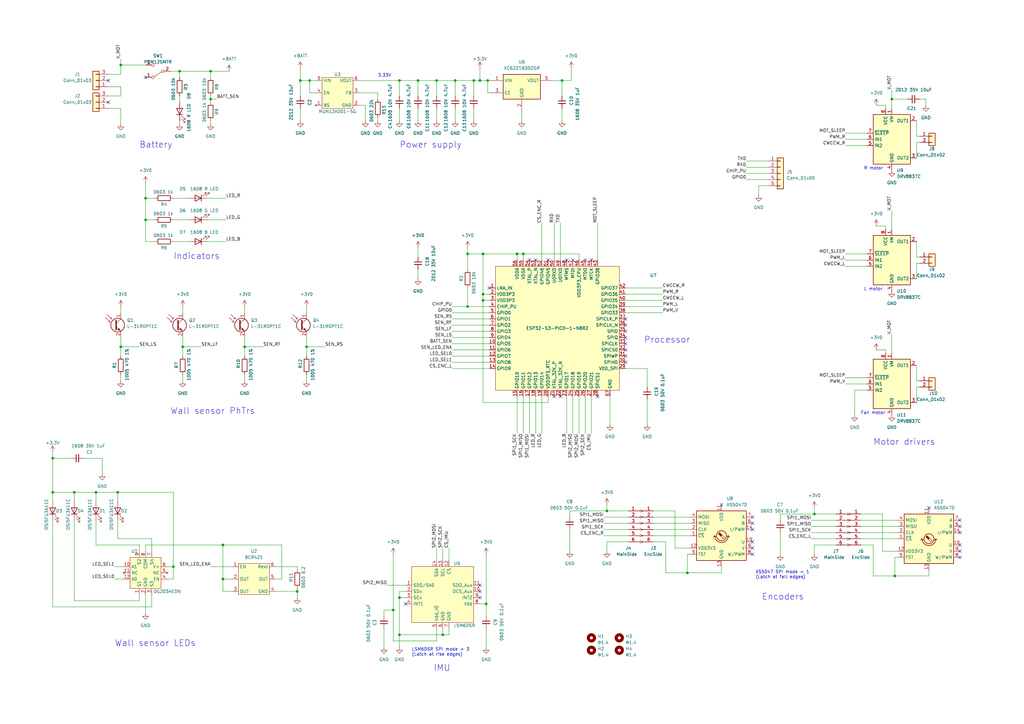
<source format=kicad_sch>
(kicad_sch (version 20230121) (generator eeschema)
  (paper "A3")
  (junction (at 30.48 201.93))
  (junction (at 71.12 232.41))
  (junction (at 367.03 236.22))
  (junction (at 59.69 90.17))
  (junction (at 198.12 123.19))
  (junction (at 73.66 29.21))
  (junction (at 100.33 142.24))
  (junction (at 191.77 125.73))
  (junction (at 281.94 234.95))
  (junction (at 86.36 29.21))
  (junction (at 212.09 104.14))
  (junction (at 163.83 260.35))
  (junction (at 171.45 33.02))
  (junction (at 39.37 201.93))
  (junction (at 121.92 242.57))
  (junction (at 194.31 33.02))
  (junction (at 230.505 33.02))
  (junction (at 200.025 33.02))
  (junction (at 91.44 237.49))
  (junction (at 191.77 104.14))
  (junction (at 179.07 33.02))
  (junction (at 21.59 201.93))
  (junction (at 198.12 120.65))
  (junction (at 181.61 260.35))
  (junction (at 74.93 142.24))
  (junction (at 127 33.02))
  (junction (at 123.19 33.02))
  (junction (at 49.53 142.24))
  (junction (at 91.44 223.52))
  (junction (at 365.76 40.64))
  (junction (at 21.59 187.96))
  (junction (at 163.83 245.11))
  (junction (at 125.73 142.24))
  (junction (at 248.92 209.55))
  (junction (at 199.39 247.65))
  (junction (at 86.36 40.64))
  (junction (at 198.12 104.14))
  (junction (at 214.63 104.14))
  (junction (at 163.83 33.02))
  (junction (at 59.69 81.28))
  (junction (at 49.53 26.67))
  (junction (at 48.26 201.93))
  (junction (at 196.85 33.02))
  (junction (at 186.69 33.02))
  (junction (at 334.01 210.82))
  (junction (at 161.29 250.19))
  (no_connect (at 59.69 31.75))
  (no_connect (at 308.61 217.17))
  (no_connect (at 256.54 138.43))
  (no_connect (at 393.7 223.52))
  (no_connect (at 196.85 240.03))
  (no_connect (at 393.7 218.44))
  (no_connect (at 229.87 162.56))
  (no_connect (at 256.54 143.51))
  (no_connect (at 227.33 162.56))
  (no_connect (at 196.85 245.11))
  (no_connect (at 256.54 133.35))
  (no_connect (at 256.54 130.81))
  (no_connect (at 240.03 106.68))
  (no_connect (at 242.57 106.68))
  (no_connect (at 256.54 146.05))
  (no_connect (at 44.45 33.02))
  (no_connect (at 393.7 226.06))
  (no_connect (at 308.61 222.25))
  (no_connect (at 308.61 212.09))
  (no_connect (at 256.54 135.89))
  (no_connect (at 200.66 118.11))
  (no_connect (at 44.45 41.91))
  (no_connect (at 232.41 106.68))
  (no_connect (at 234.95 106.68))
  (no_connect (at 256.54 140.97))
  (no_connect (at 393.7 228.6))
  (no_connect (at 308.61 214.63))
  (no_connect (at 256.54 148.59))
  (no_connect (at 166.37 247.65))
  (no_connect (at 308.61 224.79))
  (no_connect (at 393.7 213.36))
  (no_connect (at 196.85 242.57))
  (no_connect (at 245.11 162.56))
  (no_connect (at 295.91 207.01))
  (no_connect (at 381 208.28))
  (no_connect (at 217.17 106.68))
  (no_connect (at 219.71 106.68))
  (no_connect (at 308.61 227.33))
  (no_connect (at 224.79 106.68))
  (no_connect (at 393.7 215.9))
  (wire (pts (xy 233.68 209.55) (xy 233.68 212.09)))
  (wire (pts (xy 49.53 39.37) (xy 49.53 35.56)))
  (wire (pts (xy 256.54 151.13) (xy 265.43 151.13)))
  (wire (pts (xy 334.01 208.28) (xy 334.01 210.82)))
  (wire (pts (xy 250.19 162.56) (xy 250.19 173.99)))
  (wire (pts (xy 125.73 142.24) (xy 133.35 142.24)))
  (wire (pts (xy 230.505 33.02) (xy 230.505 39.37)))
  (wire (pts (xy 74.93 142.24) (xy 82.55 142.24)))
  (wire (pts (xy 199.39 257.81) (xy 199.39 265.43)))
  (wire (pts (xy 157.48 252.73) (xy 157.48 250.19)))
  (wire (pts (xy 113.03 237.49) (xy 115.57 237.49)))
  (wire (pts (xy 346.71 104.14) (xy 355.6 104.14)))
  (wire (pts (xy 39.37 201.93) (xy 48.26 201.93)))
  (wire (pts (xy 39.37 213.36) (xy 39.37 223.52)))
  (wire (pts (xy 191.77 118.11) (xy 191.77 125.73)))
  (wire (pts (xy 73.66 49.53) (xy 73.66 50.8)))
  (wire (pts (xy 68.58 232.41) (xy 71.12 232.41)))
  (wire (pts (xy 311.15 76.2) (xy 314.96 76.2)))
  (wire (pts (xy 224.79 165.1) (xy 224.79 162.56)))
  (wire (pts (xy 71.12 81.28) (xy 77.47 81.28)))
  (wire (pts (xy 62.23 220.98) (xy 62.23 226.06)))
  (wire (pts (xy 365.76 36.83) (xy 365.76 40.64)))
  (wire (pts (xy 181.61 260.35) (xy 184.15 260.35)))
  (wire (pts (xy 73.66 29.21) (xy 73.66 31.75)))
  (wire (pts (xy 71.12 90.17) (xy 77.47 90.17)))
  (wire (pts (xy 240.03 162.56) (xy 240.03 177.8)))
  (wire (pts (xy 21.59 187.96) (xy 29.21 187.96)))
  (wire (pts (xy 198.12 123.19) (xy 200.66 123.19)))
  (wire (pts (xy 74.93 153.67) (xy 74.93 156.21)))
  (wire (pts (xy 377.19 158.75) (xy 375.92 158.75)))
  (wire (pts (xy 163.83 44.45) (xy 163.83 49.53)))
  (wire (pts (xy 123.19 44.45) (xy 123.19 49.53)))
  (wire (pts (xy 346.71 154.94) (xy 355.6 154.94)))
  (wire (pts (xy 185.42 140.97) (xy 200.66 140.97)))
  (wire (pts (xy 214.63 104.14) (xy 214.63 106.68)))
  (wire (pts (xy 185.42 128.27) (xy 200.66 128.27)))
  (wire (pts (xy 113.03 232.41) (xy 121.92 232.41)))
  (wire (pts (xy 346.71 59.69) (xy 355.6 59.69)))
  (wire (pts (xy 365.76 137.16) (xy 365.76 144.78)))
  (wire (pts (xy 181.61 224.79) (xy 181.61 229.87)))
  (wire (pts (xy 359.41 92.71) (xy 363.22 92.71)))
  (wire (pts (xy 256.54 125.73) (xy 271.78 125.73)))
  (wire (pts (xy 196.85 33.02) (xy 200.025 33.02)))
  (wire (pts (xy 248.92 209.55) (xy 233.68 209.55)))
  (wire (pts (xy 212.09 104.14) (xy 212.09 106.68)))
  (wire (pts (xy 350.52 170.18) (xy 350.52 160.02)))
  (wire (pts (xy 185.42 125.73) (xy 191.77 125.73)))
  (wire (pts (xy 59.69 90.17) (xy 63.5 90.17)))
  (wire (pts (xy 179.07 33.02) (xy 186.69 33.02)))
  (wire (pts (xy 185.42 130.81) (xy 200.66 130.81)))
  (wire (pts (xy 214.63 104.14) (xy 212.09 104.14)))
  (wire (pts (xy 163.83 242.57) (xy 163.83 245.11)))
  (wire (pts (xy 157.48 250.19) (xy 161.29 250.19)))
  (wire (pts (xy 171.45 44.45) (xy 171.45 49.53)))
  (wire (pts (xy 71.12 99.06) (xy 77.47 99.06)))
  (wire (pts (xy 198.12 123.19) (xy 198.12 165.1)))
  (wire (pts (xy 49.53 35.56) (xy 44.45 35.56)))
  (wire (pts (xy 267.97 209.55) (xy 276.86 209.55)))
  (wire (pts (xy 21.59 201.93) (xy 30.48 201.93)))
  (wire (pts (xy 248.92 207.01) (xy 248.92 209.55)))
  (wire (pts (xy 375.92 149.86) (xy 375.92 156.21)))
  (wire (pts (xy 375.92 55.88) (xy 377.19 55.88)))
  (wire (pts (xy 332.74 218.44) (xy 342.9 218.44)))
  (wire (pts (xy 123.19 33.02) (xy 127 33.02)))
  (wire (pts (xy 212.09 104.14) (xy 198.12 104.14)))
  (wire (pts (xy 48.26 213.36) (xy 48.26 220.98)))
  (wire (pts (xy 171.45 110.49) (xy 171.45 114.3)))
  (wire (pts (xy 334.01 227.33) (xy 334.01 223.52)))
  (wire (pts (xy 247.65 214.63) (xy 257.81 214.63)))
  (wire (pts (xy 74.93 142.24) (xy 74.93 146.05)))
  (wire (pts (xy 163.83 245.11) (xy 163.83 260.35)))
  (wire (pts (xy 39.37 201.93) (xy 39.37 205.74)))
  (wire (pts (xy 91.44 237.49) (xy 91.44 242.57)))
  (wire (pts (xy 113.03 242.57) (xy 121.92 242.57)))
  (wire (pts (xy 49.53 142.24) (xy 57.15 142.24)))
  (wire (pts (xy 359.41 43.18) (xy 363.22 43.18)))
  (wire (pts (xy 219.71 162.56) (xy 219.71 177.8)))
  (wire (pts (xy 49.53 26.67) (xy 49.53 24.13)))
  (wire (pts (xy 353.06 220.98) (xy 368.3 220.98)))
  (wire (pts (xy 247.65 212.09) (xy 257.81 212.09)))
  (wire (pts (xy 196.85 247.65) (xy 199.39 247.65)))
  (wire (pts (xy 367.03 228.6) (xy 367.03 236.22)))
  (wire (pts (xy 213.995 49.53) (xy 213.995 45.72)))
  (wire (pts (xy 158.75 240.03) (xy 166.37 240.03)))
  (wire (pts (xy 44.45 30.48) (xy 49.53 30.48)))
  (wire (pts (xy 171.45 33.02) (xy 179.07 33.02)))
  (wire (pts (xy 68.58 237.49) (xy 71.12 237.49)))
  (wire (pts (xy 21.59 201.93) (xy 21.59 205.74)))
  (wire (pts (xy 276.86 224.79) (xy 283.21 224.79)))
  (wire (pts (xy 212.09 162.56) (xy 212.09 177.8)))
  (wire (pts (xy 381 236.22) (xy 381 233.68)))
  (wire (pts (xy 49.53 30.48) (xy 49.53 26.67)))
  (wire (pts (xy 200.025 38.1) (xy 201.295 38.1)))
  (wire (pts (xy 39.37 223.52) (xy 57.15 223.52)))
  (wire (pts (xy 365.76 40.64) (xy 365.76 44.45)))
  (wire (pts (xy 127 38.1) (xy 127 33.02)))
  (wire (pts (xy 30.48 201.93) (xy 30.48 205.74)))
  (wire (pts (xy 214.63 162.56) (xy 214.63 177.8)))
  (wire (pts (xy 334.01 223.52) (xy 342.9 223.52)))
  (wire (pts (xy 375.92 58.42) (xy 375.92 64.77)))
  (wire (pts (xy 346.71 157.48) (xy 355.6 157.48)))
  (wire (pts (xy 185.42 135.89) (xy 200.66 135.89)))
  (wire (pts (xy 59.69 99.06) (xy 63.5 99.06)))
  (wire (pts (xy 361.95 226.06) (xy 368.3 226.06)))
  (wire (pts (xy 295.91 234.95) (xy 295.91 232.41)))
  (wire (pts (xy 179.07 44.45) (xy 179.07 49.53)))
  (wire (pts (xy 125.73 153.67) (xy 125.73 156.21)))
  (wire (pts (xy 247.65 219.71) (xy 257.81 219.71)))
  (wire (pts (xy 200.66 120.65) (xy 198.12 120.65)))
  (wire (pts (xy 311.15 76.2) (xy 311.15 80.01)))
  (wire (pts (xy 86.36 49.53) (xy 86.36 50.8)))
  (wire (pts (xy 21.59 187.96) (xy 21.59 201.93)))
  (wire (pts (xy 185.42 146.05) (xy 200.66 146.05)))
  (wire (pts (xy 34.29 187.96) (xy 41.91 187.96)))
  (wire (pts (xy 256.54 120.65) (xy 271.78 120.65)))
  (wire (pts (xy 185.42 143.51) (xy 200.66 143.51)))
  (wire (pts (xy 121.92 232.41) (xy 121.92 233.68)))
  (wire (pts (xy 86.36 29.21) (xy 86.36 31.75)))
  (wire (pts (xy 185.42 133.35) (xy 200.66 133.35)))
  (wire (pts (xy 256.54 123.19) (xy 271.78 123.19)))
  (wire (pts (xy 234.315 27.94) (xy 234.315 33.02)))
  (wire (pts (xy 353.06 218.44) (xy 368.3 218.44)))
  (wire (pts (xy 44.45 44.45) (xy 49.53 44.45)))
  (wire (pts (xy 361.95 210.82) (xy 361.95 226.06)))
  (wire (pts (xy 214.63 104.14) (xy 237.49 104.14)))
  (wire (pts (xy 59.69 74.93) (xy 59.69 81.28)))
  (wire (pts (xy 346.71 54.61) (xy 355.6 54.61)))
  (wire (pts (xy 353.06 215.9) (xy 368.3 215.9)))
  (wire (pts (xy 267.97 222.25) (xy 273.05 222.25)))
  (wire (pts (xy 186.69 33.02) (xy 186.69 39.37)))
  (wire (pts (xy 237.49 106.68) (xy 237.49 104.14)))
  (wire (pts (xy 121.92 242.57) (xy 121.92 245.11)))
  (wire (pts (xy 332.74 220.98) (xy 342.9 220.98)))
  (wire (pts (xy 267.97 212.09) (xy 283.21 212.09)))
  (wire (pts (xy 256.54 128.27) (xy 271.78 128.27)))
  (wire (pts (xy 232.41 162.56) (xy 232.41 177.8)))
  (wire (pts (xy 358.14 223.52) (xy 358.14 236.22)))
  (wire (pts (xy 71.12 201.93) (xy 71.12 232.41)))
  (wire (pts (xy 46.99 237.49) (xy 50.8 237.49)))
  (wire (pts (xy 226.695 33.02) (xy 230.505 33.02)))
  (wire (pts (xy 46.99 232.41) (xy 50.8 232.41)))
  (wire (pts (xy 346.71 106.68) (xy 355.6 106.68)))
  (wire (pts (xy 147.32 33.02) (xy 163.83 33.02)))
  (wire (pts (xy 306.07 71.12) (xy 314.96 71.12)))
  (wire (pts (xy 194.31 33.02) (xy 196.85 33.02)))
  (wire (pts (xy 320.04 218.44) (xy 320.04 227.33)))
  (wire (pts (xy 276.86 209.55) (xy 276.86 224.79)))
  (wire (pts (xy 59.69 226.06) (xy 59.69 223.52)))
  (wire (pts (xy 363.22 92.71) (xy 363.22 93.98)))
  (wire (pts (xy 233.68 217.17) (xy 233.68 226.06)))
  (wire (pts (xy 100.33 142.24) (xy 100.33 146.05)))
  (wire (pts (xy 186.69 44.45) (xy 186.69 49.53)))
  (wire (pts (xy 86.36 29.21) (xy 93.98 29.21)))
  (wire (pts (xy 21.59 248.92) (xy 62.23 248.92)))
  (wire (pts (xy 199.39 247.65) (xy 199.39 252.73)))
  (wire (pts (xy 377.19 58.42) (xy 375.92 58.42)))
  (wire (pts (xy 379.73 43.18) (xy 379.73 40.64)))
  (wire (pts (xy 194.31 44.45) (xy 194.31 49.53)))
  (wire (pts (xy 334.01 210.82) (xy 342.9 210.82)))
  (wire (pts (xy 306.07 73.66) (xy 314.96 73.66)))
  (wire (pts (xy 346.71 109.22) (xy 355.6 109.22)))
  (wire (pts (xy 129.54 38.1) (xy 127 38.1)))
  (wire (pts (xy 59.69 90.17) (xy 59.69 99.06)))
  (wire (pts (xy 48.26 220.98) (xy 62.23 220.98)))
  (wire (pts (xy 191.77 101.6) (xy 191.77 104.14)))
  (wire (pts (xy 368.3 228.6) (xy 367.03 228.6)))
  (wire (pts (xy 353.06 210.82) (xy 361.95 210.82)))
  (wire (pts (xy 57.15 246.38) (xy 30.48 246.38)))
  (wire (pts (xy 283.21 227.33) (xy 281.94 227.33)))
  (wire (pts (xy 363.22 143.51) (xy 363.22 144.78)))
  (wire (pts (xy 59.69 81.28) (xy 63.5 81.28)))
  (wire (pts (xy 123.19 33.02) (xy 123.19 39.37)))
  (wire (pts (xy 185.42 138.43) (xy 200.66 138.43)))
  (wire (pts (xy 163.83 260.35) (xy 181.61 260.35)))
  (wire (pts (xy 363.22 43.18) (xy 363.22 44.45)))
  (wire (pts (xy 157.48 257.81) (xy 157.48 265.43)))
  (wire (pts (xy 320.04 210.82) (xy 334.01 210.82)))
  (wire (pts (xy 353.06 223.52) (xy 358.14 223.52)))
  (wire (pts (xy 163.83 33.02) (xy 171.45 33.02)))
  (wire (pts (xy 125.73 138.43) (xy 125.73 142.24)))
  (wire (pts (xy 181.61 257.81) (xy 181.61 260.35)))
  (wire (pts (xy 59.69 243.84) (xy 59.69 251.46)))
  (wire (pts (xy 267.97 219.71) (xy 283.21 219.71)))
  (wire (pts (xy 267.97 217.17) (xy 283.21 217.17)))
  (wire (pts (xy 85.09 99.06) (xy 92.71 99.06)))
  (wire (pts (xy 149.86 49.53) (xy 149.86 43.18)))
  (wire (pts (xy 227.33 91.44) (xy 227.33 106.68)))
  (wire (pts (xy 125.73 142.24) (xy 125.73 146.05)))
  (wire (pts (xy 350.52 160.02) (xy 355.6 160.02)))
  (wire (pts (xy 147.32 38.1) (xy 154.94 38.1)))
  (wire (pts (xy 57.15 243.84) (xy 57.15 246.38)))
  (wire (pts (xy 230.505 44.45) (xy 230.505 49.53)))
  (wire (pts (xy 57.15 223.52) (xy 57.15 226.06)))
  (wire (pts (xy 161.29 227.33) (xy 161.29 250.19)))
  (wire (pts (xy 125.73 125.73) (xy 125.73 128.27)))
  (wire (pts (xy 247.65 217.17) (xy 257.81 217.17)))
  (wire (pts (xy 191.77 125.73) (xy 200.66 125.73)))
  (wire (pts (xy 377.19 107.95) (xy 375.92 107.95)))
  (wire (pts (xy 273.05 222.25) (xy 273.05 234.95)))
  (wire (pts (xy 100.33 153.67) (xy 100.33 156.21)))
  (wire (pts (xy 229.87 91.44) (xy 229.87 106.68)))
  (wire (pts (xy 222.25 91.44) (xy 222.25 106.68)))
  (wire (pts (xy 49.53 44.45) (xy 49.53 50.8)))
  (wire (pts (xy 121.92 241.3) (xy 121.92 242.57)))
  (wire (pts (xy 59.69 223.52) (xy 91.44 223.52)))
  (wire (pts (xy 281.94 227.33) (xy 281.94 234.95)))
  (wire (pts (xy 365.76 40.64) (xy 372.11 40.64)))
  (wire (pts (xy 353.06 213.36) (xy 368.3 213.36)))
  (wire (pts (xy 161.29 250.19) (xy 161.29 262.89)))
  (wire (pts (xy 163.83 245.11) (xy 166.37 245.11)))
  (wire (pts (xy 100.33 142.24) (xy 107.95 142.24)))
  (wire (pts (xy 163.83 33.02) (xy 163.83 39.37)))
  (wire (pts (xy 265.43 163.83) (xy 265.43 173.99)))
  (wire (pts (xy 73.66 29.21) (xy 86.36 29.21)))
  (wire (pts (xy 306.07 66.04) (xy 314.96 66.04)))
  (wire (pts (xy 163.83 260.35) (xy 163.83 265.43)))
  (wire (pts (xy 49.53 26.67) (xy 59.69 26.67)))
  (wire (pts (xy 375.92 156.21) (xy 377.19 156.21)))
  (wire (pts (xy 367.03 236.22) (xy 381 236.22)))
  (wire (pts (xy 48.26 201.93) (xy 71.12 201.93)))
  (wire (pts (xy 248.92 226.06) (xy 248.92 222.25)))
  (wire (pts (xy 365.76 86.36) (xy 365.76 93.98)))
  (wire (pts (xy 149.86 43.18) (xy 147.32 43.18)))
  (wire (pts (xy 375.92 49.53) (xy 375.92 55.88)))
  (wire (pts (xy 48.26 201.93) (xy 48.26 205.74)))
  (wire (pts (xy 198.12 120.65) (xy 198.12 123.19)))
  (wire (pts (xy 256.54 118.11) (xy 271.78 118.11)))
  (wire (pts (xy 248.92 209.55) (xy 257.81 209.55)))
  (wire (pts (xy 281.94 234.95) (xy 295.91 234.95)))
  (wire (pts (xy 59.69 81.28) (xy 59.69 90.17)))
  (wire (pts (xy 332.74 215.9) (xy 342.9 215.9)))
  (wire (pts (xy 179.07 257.81) (xy 179.07 262.89)))
  (wire (pts (xy 171.45 33.02) (xy 171.45 39.37)))
  (wire (pts (xy 91.44 237.49) (xy 95.25 237.49)))
  (wire (pts (xy 194.31 33.02) (xy 194.31 39.37)))
  (wire (pts (xy 30.48 246.38) (xy 30.48 213.36)))
  (wire (pts (xy 71.12 237.49) (xy 71.12 232.41)))
  (wire (pts (xy 242.57 162.56) (xy 242.57 177.8)))
  (wire (pts (xy 199.39 227.33) (xy 199.39 247.65)))
  (wire (pts (xy 184.15 260.35) (xy 184.15 257.81)))
  (wire (pts (xy 191.77 104.14) (xy 191.77 110.49)))
  (wire (pts (xy 375.92 158.75) (xy 375.92 165.1)))
  (wire (pts (xy 248.92 222.25) (xy 257.81 222.25)))
  (wire (pts (xy 30.48 201.93) (xy 39.37 201.93)))
  (wire (pts (xy 359.41 143.51) (xy 363.22 143.51)))
  (wire (pts (xy 237.49 162.56) (xy 237.49 177.8)))
  (wire (pts (xy 86.36 39.37) (xy 86.36 40.64)))
  (wire (pts (xy 332.74 213.36) (xy 342.9 213.36)))
  (wire (pts (xy 49.53 153.67) (xy 49.53 156.21)))
  (wire (pts (xy 234.95 177.8) (xy 234.95 162.56)))
  (wire (pts (xy 196.85 27.94) (xy 196.85 33.02)))
  (wire (pts (xy 74.93 125.73) (xy 74.93 128.27)))
  (wire (pts (xy 115.57 223.52) (xy 91.44 223.52)))
  (wire (pts (xy 44.45 39.37) (xy 49.53 39.37)))
  (wire (pts (xy 198.12 165.1) (xy 224.79 165.1)))
  (wire (pts (xy 73.66 39.37) (xy 73.66 41.91)))
  (wire (pts (xy 91.44 223.52) (xy 91.44 237.49)))
  (wire (pts (xy 186.69 33.02) (xy 194.31 33.02)))
  (wire (pts (xy 267.97 214.63) (xy 283.21 214.63)))
  (wire (pts (xy 200.025 33.02) (xy 200.025 38.1)))
  (wire (pts (xy 41.91 194.31) (xy 41.91 187.96)))
  (wire (pts (xy 185.42 148.59) (xy 200.66 148.59)))
  (wire (pts (xy 74.93 138.43) (xy 74.93 142.24)))
  (wire (pts (xy 217.17 162.56) (xy 217.17 177.8)))
  (wire (pts (xy 154.94 48.26) (xy 154.94 49.53)))
  (wire (pts (xy 123.19 27.94) (xy 123.19 33.02)))
  (wire (pts (xy 91.44 242.57) (xy 95.25 242.57)))
  (wire (pts (xy 127 33.02) (xy 129.54 33.02)))
  (wire (pts (xy 100.33 138.43) (xy 100.33 142.24)))
  (wire (pts (xy 85.09 90.17) (xy 92.71 90.17)))
  (wire (pts (xy 115.57 237.49) (xy 115.57 223.52)))
  (wire (pts (xy 184.15 224.79) (xy 184.15 229.87)))
  (wire (pts (xy 379.73 40.64) (xy 377.19 40.64)))
  (wire (pts (xy 49.53 125.73) (xy 49.53 128.27)))
  (wire (pts (xy 21.59 185.42) (xy 21.59 187.96)))
  (wire (pts (xy 346.71 57.15) (xy 355.6 57.15)))
  (wire (pts (xy 49.53 138.43) (xy 49.53 142.24)))
  (wire (pts (xy 358.14 236.22) (xy 367.03 236.22)))
  (wire (pts (xy 49.53 142.24) (xy 49.53 146.05)))
  (wire (pts (xy 185.42 151.13) (xy 200.66 151.13)))
  (wire (pts (xy 375.92 99.06) (xy 375.92 105.41)))
  (wire (pts (xy 171.45 101.6) (xy 171.45 105.41)))
  (wire (pts (xy 375.92 107.95) (xy 375.92 114.3)))
  (wire (pts (xy 245.11 91.44) (xy 245.11 106.68)))
  (wire (pts (xy 179.07 224.79) (xy 179.07 229.87)))
  (wire (pts (xy 62.23 248.92) (xy 62.23 243.84)))
  (wire (pts (xy 306.07 68.58) (xy 314.96 68.58)))
  (wire (pts (xy 179.07 262.89) (xy 161.29 262.89)))
  (wire (pts (xy 21.59 213.36) (xy 21.59 248.92)))
  (wire (pts (xy 265.43 151.13) (xy 265.43 158.75)))
  (wire (pts (xy 166.37 242.57) (xy 163.83 242.57)))
  (wire (pts (xy 100.33 125.73) (xy 100.33 128.27)))
  (wire (pts (xy 86.36 232.41) (xy 95.25 232.41)))
  (wire (pts (xy 69.85 29.21) (xy 73.66 29.21)))
  (wire (pts (xy 85.09 81.28) (xy 92.71 81.28)))
  (wire (pts (xy 230.505 33.02) (xy 234.315 33.02)))
  (wire (pts (xy 273.05 234.95) (xy 281.94 234.95)))
  (wire (pts (xy 154.94 38.1) (xy 154.94 40.64)))
  (wire (pts (xy 375.92 105.41) (xy 377.19 105.41)))
  (wire (pts (xy 320.04 213.36) (xy 320.04 210.82)))
  (wire (pts (xy 86.36 40.64) (xy 88.9 40.64)))
  (wire (pts (xy 200.025 33.02) (xy 201.295 33.02)))
  (wire (pts (xy 191.77 104.14) (xy 198.12 104.14)))
  (wire (pts (xy 86.36 40.64) (xy 86.36 41.91)))
  (wire (pts (xy 198.12 104.14) (xy 198.12 120.65)))
  (wire (pts (xy 222.25 162.56) (xy 222.25 177.8)))
  (wire (pts (xy 179.07 33.02) (xy 179.07 39.37)))
  (text "Wall sensor LEDs" (at 46.99 265.43 0) (effects (font (size 2.54 2.54)) (justify left bottom)))
  (text "L motor" (at 354.33 119.38 0) (effects (font (size 1.27 1.27)) (justify left bottom)))
  (text "R motor" (at 354.33 69.85 0) (effects (font (size 1.27 1.27)) (justify left bottom)))
  (text "Indicators" (at 71.12 106.68 0) (effects (font (size 2.54 2.54)) (justify left bottom)))
  (text "Motor drivers" (at 358.14 182.88 0) (effects (font (size 2.54 2.54)) (justify left bottom)))
  (text "Power supply" (at 163.83 60.96 0) (effects (font (size 2.54 2.54)) (justify left bottom)))
  (text "3.33V" (at 154.94 31.75 0) (effects (font (size 1.27 1.27)) (justify left bottom)))
  (text "LSM6DSR SPI mode = 3\n(Latch at rise edges)" (at 168.91 269.24 0) (effects (font (size 1.27 1.27)) (justify left bottom)))
  (text "Wall sensor PhTrs" (at 69.85 170.18 0) (effects (font (size 2.54 2.54)) (justify left bottom)))
  (text "Processor" (at 264.16 140.97 0) (effects (font (size 2.54 2.54)) (justify left bottom)))
  (text "AS5047 SPI mode = 1\n(Latch at fall edges)" (at 309.88 237.49 0) (effects (font (size 1.27 1.27)) (justify left bottom)))
  (text "Battery" (at 57.15 60.96 0) (effects (font (size 2.54 2.54)) (justify left bottom)))
  (text "Encoders" (at 312.42 246.38 0) (effects (font (size 2.54 2.54)) (justify left bottom)))
  (text "IMU" (at 177.8 275.59 0) (effects (font (size 2.54 2.54)) (justify left bottom)))
  (text "Fan motor" (at 353.06 170.18 0) (effects (font (size 1.27 1.27)) (justify left bottom)))
  (label "SEN_LF" (at 185.42 135.89 180))
  (label "SEN_RF" (at 107.95 142.24 0))
  (label "LED_R" (at 219.71 177.8 270))
  (label "SPI2_MISO" (at 158.75 240.03 180))
  (label "LED_SEL1" (at 46.99 232.41 180))
  (label "RXD" (at 227.33 91.44 90))
  (label "SPI1_MOSI" (at 217.17 177.8 270))
  (label "SPI2_MISO" (at 234.95 177.8 270))
  (label "SPI1_MOSI" (at 247.65 212.09 180))
  (label "CWCCW_R" (at 271.78 118.11 0))
  (label "SPI1_SCK" (at 332.74 218.44 180))
  (label "SEN_RS" (at 185.42 130.81 180))
  (label "TXD" (at 306.07 66.04 180))
  (label "PWM_R" (at 271.78 120.65 0))
  (label "CWCCW_L" (at 346.71 109.22 180))
  (label "SPI1_MOSI" (at 332.74 213.36 180))
  (label "MOT_SLEEP" (at 346.71 104.14 180))
  (label "V_MOT" (at 49.53 24.13 90))
  (label "LED_G" (at 222.25 177.8 270))
  (label "V_MOT" (at 365.76 36.83 90))
  (label "LED_B" (at 92.71 99.06 0))
  (label "SPI2_MOSI" (at 179.07 224.79 90))
  (label "LED_SEL0" (at 185.42 146.05 180))
  (label "RXD" (at 306.07 68.58 180))
  (label "GPIO0" (at 185.42 128.27 180))
  (label "MOT_SLEEP" (at 346.71 54.61 180))
  (label "LED_R" (at 92.71 81.28 0))
  (label "SPI2_SCK" (at 240.03 177.8 270))
  (label "CS_IMU" (at 184.15 224.79 90))
  (label "SPI1_SCK" (at 247.65 217.17 180))
  (label "CS_ENC_L" (at 185.42 151.13 180))
  (label "PWM_V" (at 346.71 157.48 180))
  (label "MOT_SLEEP" (at 245.11 91.44 90))
  (label "V_MOT" (at 365.76 137.16 90))
  (label "CHIP_PU" (at 306.07 71.12 180))
  (label "CS_ENC_R" (at 222.25 91.44 90))
  (label "SPI2_MOSI" (at 237.49 177.8 270))
  (label "SEN_RS" (at 133.35 142.24 0))
  (label "SEN_LF" (at 82.55 142.24 0))
  (label "CWCCW_R" (at 346.71 59.69 180))
  (label "TXD" (at 229.87 91.44 90))
  (label "GPIO0" (at 306.07 73.66 180))
  (label "SEN_RF" (at 185.42 133.35 180))
  (label "V_MOT" (at 365.76 86.36 90))
  (label "SPI2_SCK" (at 181.61 224.79 90))
  (label "BATT_SEN" (at 185.42 140.97 180))
  (label "MOT_SLEEP" (at 346.71 154.94 180))
  (label "LED_SEL1" (at 185.42 148.59 180))
  (label "SEN_LED_ENA" (at 185.42 143.51 180))
  (label "CS_IMU" (at 242.57 177.8 270))
  (label "SEN_LS" (at 57.15 142.24 0))
  (label "SEN_LED_ENA" (at 86.36 232.41 180))
  (label "CS_ENC_R" (at 247.65 219.71 180))
  (label "BATT_SEN" (at 88.9 40.64 0))
  (label "SPI1_MISO" (at 214.63 177.8 270))
  (label "PWM_R" (at 346.71 57.15 180))
  (label "PWM_V" (at 271.78 128.27 0))
  (label "LED_SEL0" (at 46.99 237.49 180))
  (label "CHIP_PU" (at 185.42 125.73 180))
  (label "LED_G" (at 92.71 90.17 0))
  (label "SPI1_MISO" (at 247.65 214.63 180))
  (label "SEN_LS" (at 185.42 138.43 180))
  (label "SPI1_SCK" (at 212.09 177.8 270))
  (label "PWM_L" (at 271.78 125.73 0))
  (label "LED_B" (at 232.41 177.8 270))
  (label "PWM_L" (at 346.71 106.68 180))
  (label "CS_ENC_L" (at 332.74 220.98 180))
  (label "SPI1_MISO" (at 332.74 215.9 180))
  (label "CWCCW_L" (at 271.78 123.19 0))
  (symbol (lib_id "Driver_Motor:DRV8837C") (at 365.76 106.68 0) (unit 1)
    (property "Reference" "U10" (at 367.7794 119.38 0) (effects (justify left)))
    (property "Value" "DRV8837C" (at 367.7794 121.92 0) (effects (justify left)))
    (property "Footprint" "Package_SON:WSON-8-1EP_2x2mm_P0.5mm_EP0.9x1.6mm" (effects hide))
    (property "Datasheet" "http://www.ti.com/lit/ds/symlink/drv8837c.pdf" (effects hide))
  )
  (symbol (lib_id "Device:Q_Photo_NPN_CE") (at 72.39 133.35 0) (unit 1)
    (property "Reference" "Q2" (at 77.47 131.3306 0) (effects (justify left)))
    (property "Value" "L-31ROPT1C" (at 77.47 133.8706 0) (effects (justify left)))
    (property "Footprint" "Micromouse:OSI5FU3A11C" (effects hide))
  )
  (symbol (lib_id "power:GND") (at 100.33 156.21 0) (unit 1)
    (property "Reference" "#PWR014" (effects hide))
    (property "Value" "GND" (at 100.33 161.29 0))
  )
  (symbol (lib_id "Device:C_Small") (at 186.69 41.91 180) (unit 1)
    (property "Reference" "C12" (at 182.88 50.165 90) (effects (justify left)))
    (property "Value" "1608 10V 4.7uF" (at 182.88 34.29 90) (effects (justify left)))
    (property "Footprint" "Capacitor_SMD:C_0603_1608Metric" (effects hide))
  )
  (symbol (lib_id "power:GND") (at 233.68 226.06 0) (unit 1)
    (property "Reference" "#PWR031" (effects hide))
    (property "Value" "GND" (at 233.68 231.14 0))
  )
  (symbol (lib_id "Device:LED") (at 81.28 99.06 180) (unit 1)
    (property "Reference" "D7" (at 74.93 95.25 0))
    (property "Value" "1608 B LED" (at 83.82 95.25 0))
    (property "Footprint" "LED_SMD:LED_0603_1608Metric" (effects hide))
  )
  (symbol (lib_id "Device:R") (at 86.36 45.72 180) (unit 1)
    (property "Reference" "R9" (at 88.9 44.45 90) (effects (justify left)))
    (property "Value" "0603 1k" (at 83.82 41.91 90) (effects (justify left)))
    (property "Footprint" "Resistor_SMD:R_0201_0603Metric" (effects hide))
  )
  (symbol (lib_id "power:GND") (at 125.73 156.21 0) (unit 1)
    (property "Reference" "#PWR019" (effects hide))
    (property "Value" "GND" (at 125.73 161.29 0))
  )
  (symbol (lib_id "power:GND") (at 121.92 245.11 0) (unit 1)
    (property "Reference" "#PWR015" (effects hide))
    (property "Value" "GND" (at 121.92 250.19 0))
  )
  (symbol (lib_id "Sensor_Magnetic:AS5047D") (at 381 220.98 0) (unit 1)
    (property "Reference" "U12" (at 383.0194 205.74 0) (effects (justify left)))
    (property "Value" "AS5047D" (at 383.0194 208.28 0) (effects (justify left)))
    (property "Footprint" "Package_SO:TSSOP-14_4.4x5mm_P0.65mm" (effects hide))
    (property "Datasheet" "https://ams.com/documents/20143/36005/AS5047D_DS000394_2-00.pdf" (effects hide))
  )
  (symbol (lib_id "power:+3V0") (at 248.92 207.01 0) (unit 1)
    (property "Reference" "#PWR047" (effects hide))
    (property "Value" "+3V0" (at 248.92 201.93 0))
  )
  (symbol (lib_id "Device:R") (at 86.36 35.56 180) (unit 1)
    (property "Reference" "R8" (at 88.9 34.29 90) (effects (justify left)))
    (property "Value" "0603 10k" (at 83.82 31.75 90) (effects (justify left)))
    (property "Footprint" "Resistor_SMD:R_0201_0603Metric" (effects hide))
  )
  (symbol (lib_id "power:GND") (at 49.53 156.21 0) (unit 1)
    (property "Reference" "#PWR05" (effects hide))
    (property "Value" "GND" (at 49.53 161.29 0))
  )
  (symbol (lib_id "Device:LED") (at 48.26 209.55 90) (unit 1)
    (property "Reference" "D2" (at 49.53 209.55 90) (effects (justify right)))
    (property "Value" "OSI5FU3A11C" (at 45.72 204.47 0) (effects (justify right)))
    (property "Footprint" "Micromouse:OSI5FU3A11C" (effects hide))
  )
  (symbol (lib_id "Device:R") (at 49.53 149.86 0) (unit 1)
    (property "Reference" "R1" (at 46.99 151.13 90) (effects (justify left)))
    (property "Value" "1005 470 1%" (at 52.07 156.21 90) (effects (justify left)))
    (property "Footprint" "Resistor_SMD:R_0402_1005Metric" (effects hide))
  )
  (symbol (lib_id "power:GND") (at 350.52 170.18 0) (unit 1)
    (property "Reference" "#PWR062" (effects hide))
    (property "Value" "GND" (at 350.52 175.26 0))
  )
  (symbol (lib_id "power:+3V0") (at 161.29 227.33 0) (unit 1)
    (property "Reference" "#PWR026" (effects hide))
    (property "Value" "+3V0" (at 161.29 222.25 0))
  )
  (symbol (lib_id "power:+BATT") (at 93.98 29.21 0) (unit 1)
    (property "Reference" "#PWR012" (effects hide))
    (property "Value" "+BATT" (at 93.98 24.13 0))
  )
  (symbol (lib_id "Device:R") (at 121.92 237.49 0) (unit 1)
    (property "Reference" "R11" (at 119.38 238.76 90) (effects (justify left)))
    (property "Value" "0603 6.2" (at 124.46 241.3 90) (effects (justify left)))
    (property "Footprint" "Resistor_SMD:R_0201_0603Metric" (effects hide))
  )
  (symbol (lib_id "power:GND") (at 163.83 49.53 0) (unit 1)
    (property "Reference" "#PWR025" (effects hide))
    (property "Value" "GND" (at 163.83 54.61 0))
  )
  (symbol (lib_id "Device:C_Small") (at 163.83 41.91 180) (unit 1)
    (property "Reference" "C4" (at 160.02 50.165 90) (effects (justify left)))
    (property "Value" "1608 10V 4.7uF" (at 160.02 34.29 90) (effects (justify left)))
    (property "Footprint" "Capacitor_SMD:C_0603_1608Metric" (effects hide))
  )
  (symbol (lib_id "power:+3V0") (at 359.41 43.18 0) (unit 1)
    (property "Reference" "#PWR063" (effects hide))
    (property "Value" "+3V0" (at 359.41 38.1 0))
  )
  (symbol (lib_id "Device:C_Small") (at 233.68 214.63 0) (mirror x) (unit 1)
    (property "Reference" "C8" (at 234.95 205.74 0) (effects (justify right)))
    (property "Value" "0603 50V 0.1uF" (at 241.3 208.28 0) (effects (justify right)))
    (property "Footprint" "Capacitor_SMD:C_0201_0603Metric" (effects hide))
  )
  (symbol (lib_id "Connector:Conn_01x06_Male") (at 262.89 214.63 0) (unit 1)
    (property "Reference" "J3" (at 267.97 224.79 0))
    (property "Value" "EncSide" (at 267.97 227.33 0))
    (property "Footprint" "Micromouse:EncoderTerminal" (effects hide))
  )
  (symbol (lib_id "Device:LED") (at 21.59 209.55 90) (unit 1)
    (property "Reference" "D3" (at 22.86 209.55 90) (effects (justify right)))
    (property "Value" "OSI5FU3A11C" (at 19.05 204.47 0) (effects (justify right)))
    (property "Footprint" "Micromouse:OSI5FU3A11C" (effects hide))
  )
  (symbol (lib_id "Device:C_Small") (at 230.505 41.91 0) (unit 1)
    (property "Reference" "C10" (at 234.315 43.18 90) (effects (justify left)))
    (property "Value" "1608 35V 1uF" (at 236.855 49.53 90) (effects (justify left)))
    (property "Footprint" "Capacitor_SMD:C_0603_1608Metric" (effects hide))
  )
  (symbol (lib_id "Mechanical:MountingHole") (at 254 266.7 0) (unit 1)
    (property "Reference" "H4" (at 256.54 266.065 0) (effects (justify left)))
    (property "Value" "Φ1.4" (at 256.54 268.605 0) (effects (justify left)))
    (property "Footprint" "Micromouse:Hole1.4" (effects hide))
  )
  (symbol (lib_id "Device:C_Small") (at 171.45 107.95 0) (unit 1)
    (property "Reference" "C18" (at 175.26 109.22 90) (effects (justify left)))
    (property "Value" "2012 35V 10uF" (at 177.8 115.57 90) (effects (justify left)))
    (property "Footprint" "Capacitor_SMD:C_0805_2012Metric" (effects hide))
  )
  (symbol (lib_id "power:GND") (at 230.505 49.53 0) (unit 1)
    (property "Reference" "#PWR038" (effects hide))
    (property "Value" "GND" (at 230.505 54.61 0))
  )
  (symbol (lib_id "Device:R") (at 125.73 149.86 0) (unit 1)
    (property "Reference" "R12" (at 123.19 151.13 90) (effects (justify left)))
    (property "Value" "1005 470 1%" (at 128.27 156.21 90) (effects (justify left)))
    (property "Footprint" "Resistor_SMD:R_0402_1005Metric" (effects hide))
  )
  (symbol (lib_id "Mechanical:MountingHole") (at 254 261.62 0) (unit 1)
    (property "Reference" "H3" (at 256.54 260.985 0) (effects (justify left)))
    (property "Value" "Φ1.4" (at 256.54 263.525 0) (effects (justify left)))
    (property "Footprint" "Micromouse:Hole1.4" (effects hide))
  )
  (symbol (lib_id "Connector_Generic:Conn_01x02") (at 382.27 156.21 0) (unit 1)
    (property "Reference" "J10" (at 381 161.29 0) (effects (justify left)))
    (property "Value" "Conn_01x02" (at 375.92 163.83 0) (effects (justify left)))
    (property "Footprint" "Micromouse:MotorPad" (effects hide))
  )
  (symbol (lib_id "power:GND") (at 248.92 226.06 0) (unit 1)
    (property "Reference" "#PWR048" (effects hide))
    (property "Value" "GND" (at 248.92 231.14 0))
  )
  (symbol (lib_id "Device:C_Small") (at 31.75 187.96 90) (unit 1)
    (property "Reference" "C1" (at 38.1 185.42 90) (effects (justify left)))
    (property "Value" "1608 35V 1uF" (at 43.18 182.88 90) (effects (justify left)))
    (property "Footprint" "Capacitor_SMD:C_0603_1608Metric" (effects hide))
  )
  (symbol (lib_id "power:GND") (at 365.76 119.38 0) (unit 1)
    (property "Reference" "#PWR069" (effects hide))
    (property "Value" "GND" (at 365.76 124.46 0))
  )
  (symbol (lib_id "Mechanical:MountingHole") (at 242.57 266.7 0) (unit 1)
    (property "Reference" "H2" (at 245.11 266.065 0) (effects (justify left)))
    (property "Value" "Φ1.4" (at 245.11 268.605 0) (effects (justify left)))
    (property "Footprint" "Micromouse:Hole1.4" (effects hide))
  )
  (symbol (lib_id "Device:LED") (at 81.28 81.28 180) (unit 1)
    (property "Reference" "D5" (at 74.93 77.47 0))
    (property "Value" "1608 R LED" (at 83.82 77.47 0))
    (property "Footprint" "LED_SMD:LED_0603_1608Metric" (effects hide))
  )
  (symbol (lib_id "power:GND") (at 320.04 227.33 0) (unit 1)
    (property "Reference" "#PWR08" (effects hide))
    (property "Value" "GND" (at 320.04 232.41 0))
  )
  (symbol (lib_id "Device:LED") (at 73.66 45.72 90) (unit 1)
    (property "Reference" "D8" (at 77.47 39.37 0))
    (property "Value" "1608 R LED" (at 77.47 48.26 0))
    (property "Footprint" "LED_SMD:LED_0603_1608Metric" (effects hide))
  )
  (symbol (lib_id "power:GND") (at 73.66 50.8 0) (unit 1)
    (property "Reference" "#PWR029" (effects hide))
    (property "Value" "GND" (at 73.66 55.88 0))
  )
  (symbol (lib_id "power:GND") (at 265.43 173.99 0) (unit 1)
    (property "Reference" "#PWR057" (effects hide))
    (property "Value" "GND" (at 265.43 179.07 0))
  )
  (symbol (lib_id "Device:C_Small") (at 199.39 255.27 0) (unit 1)
    (property "Reference" "C9" (at 203.2 256.54 90) (effects (justify left)))
    (property "Value" "0603 50V 0.1uF" (at 205.74 262.89 90) (effects (justify left)))
    (property "Footprint" "Capacitor_SMD:C_0201_0603Metric" (effects hide))
  )
  (symbol (lib_id "Device:R") (at 100.33 149.86 0) (unit 1)
    (property "Reference" "R10" (at 97.79 151.13 90) (effects (justify left)))
    (property "Value" "1005 470 1%" (at 102.87 156.21 90) (effects (justify left)))
    (property "Footprint" "Resistor_SMD:R_0402_1005Metric" (effects hide))
  )
  (symbol (lib_id "Device:LED") (at 81.28 90.17 180) (unit 1)
    (property "Reference" "D6" (at 74.93 86.36 0))
    (property "Value" "1608 G LED" (at 83.82 86.36 0))
    (property "Footprint" "LED_SMD:LED_0603_1608Metric" (effects hide))
  )
  (symbol (lib_id "power:GND") (at 186.69 49.53 0) (unit 1)
    (property "Reference" "#PWR033" (effects hide))
    (property "Value" "GND" (at 186.69 54.61 0))
  )
  (symbol (lib_id "Device:R") (at 67.31 81.28 90) (unit 1)
    (property "Reference" "R4" (at 68.58 83.82 90) (effects (justify left)))
    (property "Value" "0603 1k" (at 71.12 78.74 90) (effects (justify left)))
    (property "Footprint" "Resistor_SMD:R_0201_0603Metric" (effects hide))
  )
  (symbol (lib_id "power:+3V0") (at 59.69 74.93 0) (unit 1)
    (property "Reference" "#PWR07" (effects hide))
    (property "Value" "+3V0" (at 59.69 69.85 0))
  )
  (symbol (lib_id "power:GND") (at 365.76 170.18 0) (unit 1)
    (property "Reference" "#PWR071" (effects hide))
    (property "Value" "GND" (at 365.76 175.26 0))
  )
  (symbol (lib_id "Connector_Generic:Conn_01x02") (at 382.27 105.41 0) (unit 1)
    (property "Reference" "J9" (at 381 110.49 0) (effects (justify left)))
    (property "Value" "Conn_01x02" (at 375.92 113.03 0) (effects (justify left)))
    (property "Footprint" "Micromouse:MotorPad" (effects hide))
  )
  (symbol (lib_id "Device:C_Small") (at 157.48 255.27 180) (unit 1)
    (property "Reference" "C3" (at 153.67 254 90) (effects (justify left)))
    (property "Value" "0603 50V 0.1uF" (at 151.13 247.65 90) (effects (justify left)))
    (property "Footprint" "Capacitor_SMD:C_0201_0603Metric" (effects hide))
  )
  (symbol (lib_id "Device:R") (at 67.31 99.06 90) (unit 1)
    (property "Reference" "R6" (at 68.58 101.6 90) (effects (justify left)))
    (property "Value" "0603 1k" (at 71.12 96.52 90) (effects (justify left)))
    (property "Footprint" "Resistor_SMD:R_0201_0603Metric" (effects hide))
  )
  (symbol (lib_id "power:+3.3V") (at 21.59 185.42 0) (unit 1)
    (property "Reference" "#PWR01" (effects hide))
    (property "Value" "+3.3V" (at 21.59 181.61 0))
  )
  (symbol (lib_id "Connector_Generic:Conn_01x05") (at 320.04 71.12 0) (unit 1)
    (property "Reference" "J5" (at 322.58 70.485 0) (effects (justify left)))
    (property "Value" "Conn_01x05" (at 322.58 73.025 0) (effects (justify left)))
    (property "Footprint" "Connector_PinHeader_1.27mm:PinHeader_1x05_P1.27mm_Vertical" (effects hide))
  )
  (symbol (lib_id "power:+3V0") (at 74.93 125.73 0) (unit 1)
    (property "Reference" "#PWR09" (effects hide))
    (property "Value" "+3V0" (at 74.93 120.65 0))
  )
  (symbol (lib_id "power:GND") (at 163.83 265.43 0) (unit 1)
    (property "Reference" "#PWR075" (effects hide))
    (property "Value" "GND" (at 163.83 270.51 0))
  )
  (symbol (lib_id "Device:R") (at 73.66 35.56 180) (unit 1)
    (property "Reference" "R3" (at 76.2 34.29 90) (effects (justify left)))
    (property "Value" "0603 10k" (at 71.12 31.75 90) (effects (justify left)))
    (property "Footprint" "Resistor_SMD:R_0201_0603Metric" (effects hide))
  )
  (symbol (lib_id "Connector_Generic:Conn_01x02") (at 382.27 55.88 0) (unit 1)
    (property "Reference" "J8" (at 381 60.96 0) (effects (justify left)))
    (property "Value" "Conn_01x02" (at 375.92 63.5 0) (effects (justify left)))
    (property "Footprint" "Micromouse:MotorPad" (effects hide))
  )
  (symbol (lib_id "Device:LED") (at 39.37 209.55 90) (unit 1)
    (property "Reference" "D1" (at 40.64 209.55 90) (effects (justify right)))
    (property "Value" "OSI5FU3A11C" (at 36.83 204.47 0) (effects (justify right)))
    (property "Footprint" "Micromouse:OSI5FU3A11C" (effects hide))
  )
  (symbol (lib_id "power:GND") (at 154.94 49.53 0) (unit 1)
    (property "Reference" "#PWR022" (effects hide))
    (property "Value" "GND" (at 154.94 54.61 0))
  )
  (symbol (lib_id "power:+3V0") (at 334.01 208.28 0) (unit 1)
    (property "Reference" "#PWR060" (effects hide))
    (property "Value" "+3V0" (at 334.01 203.2 0))
  )
  (symbol (lib_id "Connector_Generic:Conn_01x03") (at 39.37 41.91 180) (unit 1)
    (property "Reference" "J2" (at 31.75 39.37 0))
    (property "Value" "Conn_01x03" (at 31.75 41.91 0))
    (property "Footprint" "Connector_PinHeader_2.00mm:PinHeader_1x03_P2.00mm_Vertical" (effects hide))
  )
  (symbol (lib_id "power:+3V0") (at 199.39 227.33 0) (unit 1)
    (property "Reference" "#PWR035" (effects hide))
    (property "Value" "+3V0" (at 199.39 222.25 0))
  )
  (symbol (lib_id "Device:C_Small") (at 194.31 41.91 180) (unit 1)
    (property "Reference" "C13" (at 190.5 50.165 90) (effects (justify left)))
    (property "Value" "1608 10V 4.7uF" (at 190.5 34.29 90) (effects (justify left)))
    (property "Footprint" "Capacitor_SMD:C_0603_1608Metric" (effects hide))
  )
  (symbol (lib_id "power:GND") (at 213.995 49.53 0) (unit 1)
    (property "Reference" "#PWR034" (effects hide))
    (property "Value" "GND" (at 213.995 54.61 0))
  )
  (symbol (lib_id "power:GND") (at 171.45 114.3 0) (unit 1)
    (property "Reference" "#PWR056" (effects hide))
    (property "Value" "GND" (at 171.45 119.38 0))
  )
  (symbol (lib_id "micromouse:MUN12AD01-SG") (at 138.43 38.1 0) (unit 1)
    (property "Reference" "U3" (at 138.43 30.48 0))
    (property "Value" "MUN12AD01-SG" (at 138.43 45.72 0))
    (property "Footprint" "Library:MUN12AD01-SG" (effects hide))
  )
  (symbol (lib_id "power:GND") (at 123.19 49.53 0) (unit 1)
    (property "Reference" "#PWR017" (effects hide))
    (property "Value" "GND" (at 123.19 54.61 0))
  )
  (symbol (lib_id "power:GND") (at 41.91 194.31 0) (unit 1)
    (property "Reference" "#PWR02" (effects hide))
    (property "Value" "GND" (at 41.91 199.39 0))
  )
  (symbol (lib_name "BCR42x_1") (lib_id "micromouse:BCR42x") (at 104.14 237.49 0) (unit 1)
    (property "Reference" "U2" (at 104.14 226.06 0))
    (property "Value" "BCR421" (at 104.14 228.6 0))
    (property "Footprint" "Library:SOT-26" (effects hide))
  )
  (symbol (lib_id "Device:Q_Photo_NPN_CE") (at 123.19 133.35 0) (unit 1)
    (property "Reference" "Q4" (at 128.27 131.3306 0) (effects (justify left)))
    (property "Value" "L-31ROPT1C" (at 128.27 133.8706 0) (effects (justify left)))
    (property "Footprint" "Micromouse:OSI5FU3A11C" (effects hide))
  )
  (symbol (lib_id "power:+3V0") (at 191.77 101.6 0) (unit 1)
    (property "Reference" "#PWR037" (effects hide))
    (property "Value" "+3V0" (at 191.77 96.52 0))
  )
  (symbol (lib_id "Connector:Conn_01x06_Male") (at 347.98 215.9 0) (unit 1)
    (property "Reference" "J6" (at 353.06 226.06 0))
    (property "Value" "EncSide" (at 353.06 228.6 0))
    (property "Footprint" "Micromouse:EncoderTerminal" (effects hide))
  )
  (symbol (lib_id "Device:Q_Photo_NPN_CE") (at 46.99 133.35 0) (unit 1)
    (property "Reference" "Q1" (at 52.07 131.3306 0) (effects (justify left)))
    (property "Value" "L-31ROPT1C" (at 52.07 133.8706 0) (effects (justify left)))
    (property "Footprint" "Micromouse:OSI5FU3A11C" (effects hide))
  )
  (symbol (lib_id "Device:C_Small") (at 179.07 41.91 180) (unit 1)
    (property "Reference" "C11" (at 175.26 50.165 90) (effects (justify left)))
    (property "Value" "1608 10V 4.7uF" (at 175.26 34.29 90) (effects (justify left)))
    (property "Footprint" "Capacitor_SMD:C_0603_1608Metric" (effects hide))
  )
  (symbol (lib_id "power:GND") (at 199.39 265.43 0) (unit 1)
    (property "Reference" "#PWR036" (effects hide))
    (property "Value" "GND" (at 199.39 270.51 0))
  )
  (symbol (lib_id "Device:Q_Photo_NPN_CE") (at 97.79 133.35 0) (unit 1)
    (property "Reference" "Q3" (at 102.87 131.3306 0) (effects (justify left)))
    (property "Value" "L-31ROPT1C" (at 102.87 133.8706 0) (effects (justify left)))
    (property "Footprint" "Micromouse:OSI5FU3A11C" (effects hide))
  )
  (symbol (lib_id "Device:C_Small") (at 374.65 40.64 90) (unit 1)
    (property "Reference" "C21" (at 375.92 44.45 90) (effects (justify left)))
    (property "Value" "2012 35V 10uF" (at 382.27 36.83 90) (effects (justify left)))
    (property "Footprint" "Capacitor_SMD:C_0805_2012Metric" (effects hide))
  )
  (symbol (lib_id "Connector:Conn_01x06_Female") (at 262.89 214.63 0) (unit 1)
    (property "Reference" "J4" (at 256.54 224.79 0) (effects (justify left)))
    (property "Value" "MainSide" (at 252.73 227.33 0) (effects (justify left)))
    (property "Footprint" "Micromouse:EncoderTerminal" (effects hide))
  )
  (symbol (lib_id "power:+3V0") (at 100.33 125.73 0) (unit 1)
    (property "Reference" "#PWR013" (effects hide))
    (property "Value" "+3V0" (at 100.33 120.65 0))
  )
  (symbol (lib_id "Device:R") (at 74.93 149.86 0) (unit 1)
    (property "Reference" "R7" (at 72.39 151.13 90) (effects (justify left)))
    (property "Value" "1005 470 1%" (at 77.47 156.21 90) (effects (justify left)))
    (property "Footprint" "Resistor_SMD:R_0402_1005Metric" (effects hide))
  )
  (symbol (lib_id "Device:C_Small") (at 123.19 41.91 180) (unit 1)
    (property "Reference" "C2" (at 127 40.64 90) (effects (justify left)))
    (property "Value" "2012 35V 10uF" (at 119.38 34.29 90) (effects (justify left)))
    (property "Footprint" "Capacitor_SMD:C_0805_2012Metric" (effects hide))
  )
  (symbol (lib_id "Device:C_Small") (at 171.45 41.91 180) (unit 1)
    (property "Reference" "C6" (at 167.64 50.165 90) (effects (justify left)))
    (property "Value" "1608 10V 4.7uF" (at 167.64 34.29 90) (effects (justify left)))
    (property "Footprint" "Capacitor_SMD:C_0603_1608Metric" (effects hide))
  )
  (symbol (lib_id "power:GND") (at 59.69 251.46 0) (unit 1)
    (property "Reference" "#PWR06" (effects hide))
    (property "Value" "GND" (at 59.69 256.54 0))
  )
  (symbol (lib_id "power:+3V0") (at 359.41 143.51 0) (unit 1)
    (property "Reference" "#PWR065" (effects hide))
    (property "Value" "+3V0" (at 359.41 138.43 0))
  )
  (symbol (lib_id "power:GND") (at 74.93 156.21 0) (unit 1)
    (property "Reference" "#PWR010" (effects hide))
    (property "Value" "GND" (at 74.93 161.29 0))
  )
  (symbol (lib_id "power:+BATT") (at 123.19 27.94 0) (unit 1)
    (property "Reference" "#PWR016" (effects hide))
    (property "Value" "+BATT" (at 123.19 22.86 0))
  )
  (symbol (lib_id "power:GND") (at 86.36 50.8 0) (unit 1)
    (property "Reference" "#PWR011" (effects hide))
    (property "Value" "GND" (at 86.36 55.88 0))
  )
  (symbol (lib_id "power:GND") (at 194.31 49.53 0) (unit 1)
    (property "Reference" "#PWR041" (effects hide))
    (property "Value" "GND" (at 194.31 54.61 0))
  )
  (symbol (lib_id "power:GND") (at 179.07 49.53 0) (unit 1)
    (property "Reference" "#PWR032" (effects hide))
    (property "Value" "GND" (at 179.07 54.61 0))
  )
  (symbol (lib_id "Device:R") (at 154.94 44.45 180) (unit 1)
    (property "Reference" "R13" (at 157.48 43.18 90) (effects (justify left)))
    (property "Value" "0603 22k" (at 152.4 40.64 90) (effects (justify left)))
    (property "Footprint" "Resistor_SMD:R_0201_0603Metric" (effects hide))
  )
  (symbol (lib_id "Driver_Motor:DRV8837C") (at 365.76 57.15 0) (unit 1)
    (property "Reference" "U9" (at 367.7794 69.85 0) (effects (justify left)))
    (property "Value" "DRV8837C" (at 367.7794 72.39 0) (effects (justify left)))
    (property "Footprint" "Package_SON:WSON-8-1EP_2x2mm_P0.5mm_EP0.9x1.6mm" (effects hide))
    (property "Datasheet" "http://www.ti.com/lit/ds/symlink/drv8837c.pdf" (effects hide))
  )
  (symbol (lib_id "power:GND") (at 334.01 227.33 0) (unit 1)
    (property "Reference" "#PWR061" (effects hide))
    (property "Value" "GND" (at 334.01 232.41 0))
  )
  (symbol (lib_id "power:+3V0") (at 171.45 101.6 0) (unit 1)
    (property "Reference" "#PWR055" (effects hide))
    (property "Value" "+3V0" (at 171.45 96.52 0))
  )
  (symbol (lib_id "Regulator_Linear:XC6220B331MR") (at 213.995 35.56 0) (unit 1)
    (property "Reference" "U6" (at 213.995 25.4 0))
    (property "Value" "XC6221B302GR" (at 213.995 27.94 0))
    (property "Footprint" "Package_TO_SOT_SMD:SOT-23-5" (effects hide))
    (property "Datasheet" "https://www.torexsemi.com/file/xc6220/XC6220.pdf" (effects hide))
  )
  (symbol (lib_id "micromouse:ESP32-S3FN8") (at 228.6 134.62 0) (unit 1)
    (property "Reference" "U7" (at 267.97 112.9283 0))
    (property "Value" "ESP32-S3-PICO-1-N8R2" (at 228.6 134.62 0))
    (property "Footprint" "Package_DFN_QFN:QFN-56-1EP_7x7mm_P0.4mm_EP4x4mm" (effects hide))
  )
  (symbol (lib_id "Device:R") (at 67.31 90.17 90) (unit 1)
    (property "Reference" "R5" (at 68.58 92.71 90) (effects (justify left)))
    (property "Value" "0603 1k" (at 71.12 87.63 90) (effects (justify left)))
    (property "Footprint" "Resistor_SMD:R_0201_0603Metric" (effects hide))
  )
  (symbol (lib_id "micromouse:LSM6DSR") (at 181.61 243.84 0) (unit 1)
    (property "Reference" "U5" (at 186.1059 231.14 0) (effects (justify left)))
    (property "Value" "LSM6DSR" (at 190.5 256.54 0))
    (property "Footprint" "Package_LGA:Bosch_LGA-14_3x2.5mm_P0.5mm" (effects hide))
  )
  (symbol (lib_id "Device:C_Small") (at 320.04 215.9 0) (mirror x) (unit 1)
    (property "Reference" "C7" (at 321.31 207.01 0) (effects (justify right)))
    (property "Value" "0603 50V 0.1uF" (at 327.66 209.55 0) (effects (justify right)))
    (property "Footprint" "Capacitor_SMD:C_0201_0603Metric" (effects hide))
  )
  (symbol (lib_id "power:+3V0") (at 49.53 125.73 0) (unit 1)
    (property "Reference" "#PWR04" (effects hide))
    (property "Value" "+3V0" (at 49.53 120.65 0))
  )
  (symbol (lib_id "power:GND") (at 157.48 265.43 0) (unit 1)
    (property "Reference" "#PWR023" (effects hide))
    (property "Value" "GND" (at 157.48 270.51 0))
  )
  (symbol (lib_id "Mechanical:MountingHole") (at 242.57 261.62 0) (unit 1)
    (property "Reference" "H1" (at 245.11 260.985 0) (effects (justify left)))
    (property "Value" "Φ1.4" (at 245.11 263.525 0) (effects (justify left)))
    (property "Footprint" "Micromouse:Hole1.4" (effects hide))
  )
  (symbol (lib_id "power:GND") (at 311.15 80.01 0) (unit 1)
    (property "Reference" "#PWR059" (effects hide))
    (property "Value" "GND" (at 311.15 85.09 0))
  )
  (symbol (lib_id "power:GND") (at 379.73 43.18 0) (unit 1)
    (property "Reference" "#PWR072" (effects hide))
    (property "Value" "GND" (at 379.73 48.26 0))
  )
  (symbol (lib_id "Device:C_Small") (at 265.43 161.29 0) (unit 1)
    (property "Reference" "C19" (at 269.24 162.56 90) (effects (justify left)))
    (property "Value" "0603 50V 0.1uF" (at 271.78 168.91 90) (effects (justify left)))
    (property "Footprint" "Capacitor_SMD:C_0201_0603Metric" (effects hide))
  )
  (symbol (lib_id "Sensor_Magnetic:AS5047D") (at 295.91 219.71 0) (unit 1)
    (property "Reference" "U8" (at 297.9294 204.47 0) (effects (justify left)))
    (property "Value" "AS5047D" (at 297.9294 207.01 0) (effects (justify left)))
    (property "Footprint" "Package_SO:TSSOP-14_4.4x5mm_P0.65mm" (effects hide))
    (property "Datasheet" "https://ams.com/documents/20143/36005/AS5047D_DS000394_2-00.pdf" (effects hide))
  )
  (symbol (lib_id "Driver_Motor:DRV8837C") (at 365.76 157.48 0) (unit 1)
    (property "Reference" "U11" (at 367.7794 170.18 0) (effects (justify left)))
    (property "Value" "DRV8837C" (at 367.7794 172.72 0) (effects (justify left)))
    (property "Footprint" "Package_SON:WSON-8-1EP_2x2mm_P0.5mm_EP0.9x1.6mm" (effects hide))
    (property "Datasheet" "http://www.ti.com/lit/ds/symlink/drv8837c.pdf" (effects hide))
  )
  (symbol (lib_id "power:+3.3V") (at 196.85 27.94 0) (unit 1)
    (property "Reference" "#PWR040" (effects hide))
    (property "Value" "+3.3V" (at 196.85 24.13 0))
  )
  (symbol (lib_id "power:+3V0") (at 234.315 27.94 0) (unit 1)
    (property "Reference" "#PWR039" (effects hide))
    (property "Value" "+3V0" (at 234.315 22.86 0))
  )
  (symbol (lib_id "Connector:Conn_01x06_Female") (at 347.98 215.9 0) (unit 1)
    (property "Reference" "J7" (at 341.63 226.06 0) (effects (justify left)))
    (property "Value" "MainSide" (at 337.82 228.6 0) (effects (justify left)))
    (property "Footprint" "Micromouse:EncoderTerminal" (effects hide))
  )
  (symbol (lib_id "Device:R") (at 191.77 114.3 0) (unit 1)
    (property "Reference" "R2" (at 189.23 115.57 90) (effects (justify left)))
    (property "Value" "0603 10k" (at 194.31 120.65 90) (effects (justify left)))
    (property "Footprint" "Resistor_SMD:R_0201_0603Metric" (effects hide))
  )
  (symbol (lib_id "power:GND") (at 49.53 50.8 0) (unit 1)
    (property "Reference" "#PWR03" (effects hide))
    (property "Value" "GND" (at 49.53 55.88 0))
  )
  (symbol (lib_id "power:GND") (at 365.76 69.85 0) (unit 1)
    (property "Reference" "#PWR067" (effects hide))
    (property "Value" "GND" (at 365.76 74.93 0))
  )
  (symbol (lib_id "Switch:SW_SPDT") (at 64.77 29.21 180) (unit 1)
    (property "Reference" "SW1" (at 64.77 22.86 0))
    (property "Value" "PCM12SMTR" (at 64.77 25.4 0))
    (property "Footprint" "Button_Switch_SMD:SW_SPDT_PCM12" (effects hide))
  )
  (symbol (lib_id "power:+3V0") (at 359.41 92.71 0) (unit 1)
    (property "Reference" "#PWR064" (effects hide))
    (property "Value" "+3V0" (at 359.41 87.63 0))
  )
  (symbol (lib_id "power:GND") (at 171.45 49.53 0) (unit 1)
    (property "Reference" "#PWR030" (effects hide))
    (property "Value" "GND" (at 171.45 54.61 0))
  )
  (symbol (lib_id "Connector_Generic:Conn_01x03") (at 39.37 33.02 180) (unit 1)
    (property "Reference" "J1" (at 31.75 30.48 0))
    (property "Value" "Conn_01x03" (at 31.75 33.02 0))
    (property "Footprint" "Connector_PinHeader_2.00mm:PinHeader_1x03_P2.00mm_Vertical" (effects hide))
  )
  (symbol (lib_id "power:GND") (at 250.19 173.99 0) (unit 1)
    (property "Reference" "#PWR053" (effects hide))
    (property "Value" "GND" (at 250.19 179.07 0))
  )
  (symbol (lib_id "power:GND") (at 149.86 49.53 0) (unit 1)
    (property "Reference" "#PWR021" (effects hide))
    (property "Value" "GND" (at 149.86 54.61 0))
  )
  (symbol (lib_id "micromouse:DG2034EDN") (at 59.69 234.95 90) (unit 1)
    (property "Reference" "U1" (at 55.1941 226.06 90))
    (property "Value" "DG2034EDN" (at 68.58 242.57 90))
    (property "Footprint" "Library:QFN-12-1EP_3x3mm_P0.5_EP1.15x1.15" (effects hide))
  )
  (symbol (lib_id "Device:LED") (at 30.48 209.55 90) (unit 1)
    (property "Reference" "D4" (at 31.75 209.55 90) (effects (justify right)))
    (property "Value" "OSI5FU3A11C" (at 27.94 204.47 0) (effects (justify right)))
    (property "Footprint" "Micromouse:OSI5FU3A11C" (effects hide))
  )
  (symbol (lib_id "power:+3V0") (at 125.73 125.73 0) (unit 1)
    (property "Reference" "#PWR018" (effects hide))
    (property "Value" "+3V0" (at 125.73 120.65 0))
  )
)
</source>
